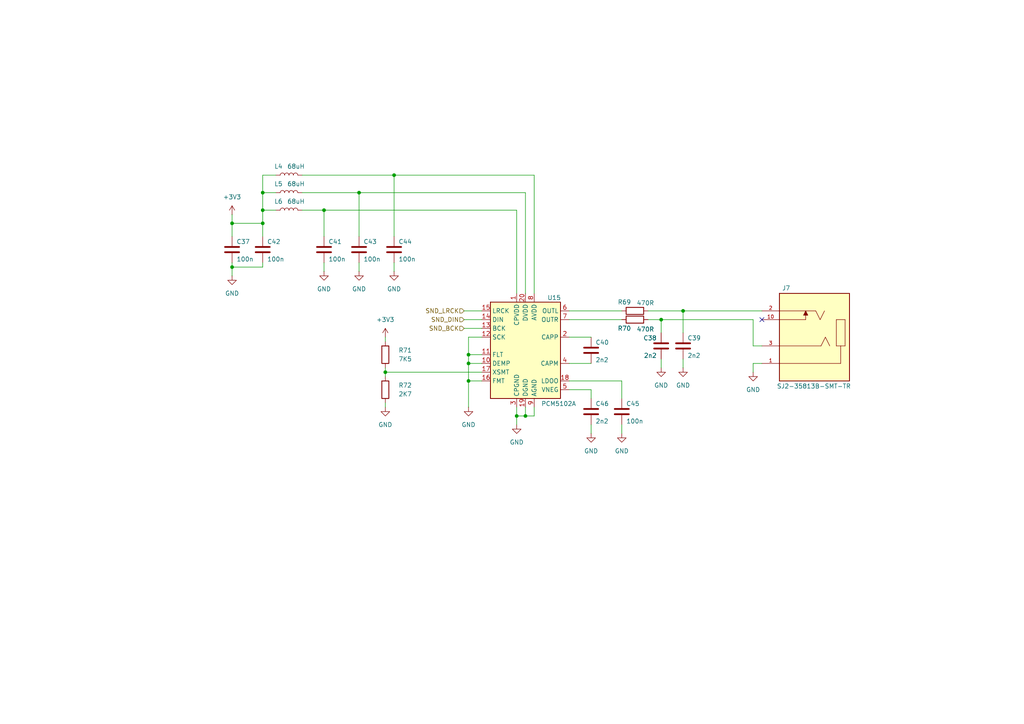
<source format=kicad_sch>
(kicad_sch (version 20250114) (generator "eeschema") (generator_version "9.0")
  (paper "A4")
  (lib_symbols
    (symbol "Audio:PCM5102A"
      (property "Reference" "U" (at -10.16 13.97 0))
      (property "Value" "PCM5102A" (at 3.81 13.97 0))
      (symbol "PCM5102A_0_1"
        (rectangle (start -10.16 12.7) (end 10.16 -15.24) (stroke (width 0.254)) (fill (type background)))
      )
      (symbol "PCM5102A_1_1"
        (pin input line (at -12.7 10.16 0) (length 2.54) (name "LRCK") (number "15"))
        (pin input line (at -12.7 7.62 0) (length 2.54) (name "DIN") (number "14"))
        (pin input line (at -12.7 5.08 0) (length 2.54) (name "BCK") (number "13"))
        (pin input line (at -12.7 2.54 0) (length 2.54) (name "SCK") (number "12"))
        (pin input line (at -12.7 -2.54 0) (length 2.54) (name "FLT") (number "11"))
        (pin input line (at -12.7 -5.08 0) (length 2.54) (name "DEMP") (number "10"))
        (pin input line (at -12.7 -7.62 0) (length 2.54) (name "XSMT") (number "17"))
        (pin input line (at -12.7 -10.16 0) (length 2.54) (name "FMT") (number "16"))
        (pin passive line (at -2.54 15.24 270) (length 2.54) (name "CPVDD") (number "1"))
        (pin power_in line (at -2.54 -17.78 90) (length 2.54) (name "CPGND") (number "3"))
        (pin power_in line (at 0 15.24 270) (length 2.54) (name "DVDD") (number "20"))
        (pin power_in line (at 0 -17.78 90) (length 2.54) (name "DGND") (number "19"))
        (pin power_in line (at 2.54 15.24 270) (length 2.54) (name "AVDD") (number "8"))
        (pin power_in line (at 2.54 -17.78 90) (length 2.54) (name "AGND") (number "9"))
        (pin output line (at 12.7 10.16 180) (length 2.54) (name "OUTL") (number "6"))
        (pin output line (at 12.7 7.62 180) (length 2.54) (name "OUTR") (number "7"))
        (pin passive line (at 12.7 2.54 180) (length 2.54) (name "CAPP") (number "2"))
        (pin passive line (at 12.7 -5.08 180) (length 2.54) (name "CAPM") (number "4"))
        (pin passive line (at 12.7 -10.16 180) (length 2.54) (name "LDOO") (number "18"))
        (pin passive line (at 12.7 -12.7 180) (length 2.54) (name "VNEG") (number "5"))
      )
    )
    (symbol "DevBoard:SJ2-35813B-SMT-TR" (pin_names (offset 1.016))
      (property "Reference" "J" (at -9.906 13.462 0))
      (property "Value" "SJ2-35813B-SMT-TR" (at -9.906 -14.986 0))
      (symbol "SJ2-35813B-SMT-TR_0_0"
        (rectangle (start -10.16 -12.7) (end 10.16 12.7) (stroke (width 0.254)) (fill (type background)))
        (polyline (pts (xy -8.89 2.54) (xy -7.62 2.54)) (stroke (width 0.1524)))
        (polyline (pts (xy -8.89 -5.08) (xy -8.89 2.54)) (stroke (width 0.1524)))
        (polyline (pts (xy -7.62 7.62) (xy -7.62 2.54)) (stroke (width 0.1524)))
        (polyline (pts (xy -7.62 2.54) (xy -6.35 2.54)) (stroke (width 0.1524)))
        (polyline (pts (xy -6.35 2.54) (xy -6.35 -5.08)) (stroke (width 0.1524)))
        (polyline (pts (xy -6.35 -5.08) (xy -8.89 -5.08)) (stroke (width 0.1524)))
        (polyline (pts (xy -3.175 0) (xy -4.445 2.54)) (stroke (width 0.1524)))
        (polyline (pts (xy -1.905 2.54) (xy -3.175 0)) (stroke (width 0.1524)))
        (polyline (pts (xy -1.651 -5.08) (xy -2.921 -7.62)) (stroke (width 0.1524)))
        (polyline (pts (xy -0.381 -7.62) (xy -1.651 -5.08)) (stroke (width 0.1524)))
        (polyline (pts (xy 2.54 -5.08) (xy 2.54 -7.62)) (stroke (width 0.1524)))
        (polyline (pts (xy 2.54 -7.62) (xy 1.905 -6.35) (xy 3.175 -6.35) (xy 2.54 -7.62)) (stroke (width 0.1524)) (fill (type outline)))
        (polyline (pts (xy 10.16 7.62) (xy -7.62 7.62)) (stroke (width 0.1524)))
        (polyline (pts (xy 10.16 2.54) (xy -1.905 2.54)) (stroke (width 0.1524)))
        (polyline (pts (xy 10.16 -5.08) (xy 2.54 -5.08)) (stroke (width 0.1524)))
        (polyline (pts (xy 10.16 -7.62) (xy -0.381 -7.62)) (stroke (width 0.1524)))
        (pin passive line (at 15.24 7.62 180) (length 5.08) (name "~") (number "1"))
        (pin passive line (at 15.24 2.54 180) (length 5.08) (name "~") (number "3"))
        (pin passive line (at 15.24 -5.08 180) (length 5.08) (name "~") (number "10"))
        (pin passive line (at 15.24 -7.62 180) (length 5.08) (name "~") (number "2"))
      )
    )
    (symbol "Device:C" (pin_numbers (hide yes)) (pin_names (offset 0.254))
      (property "Reference" "C" (at 0.635 2.54 0))
      (property "Value" "C" (at 0.635 -2.54 0))
      (symbol "C_0_1"
        (polyline (pts (xy -2.032 0.762) (xy 2.032 0.762)) (stroke (width 0.508)))
        (polyline (pts (xy -2.032 -0.762) (xy 2.032 -0.762)) (stroke (width 0.508)))
      )
      (symbol "C_1_1"
        (pin passive line (at 0 3.81 270) (length 2.794) (name "~") (number "1"))
        (pin passive line (at 0 -3.81 90) (length 2.794) (name "~") (number "2"))
      )
    )
    (symbol "Device:L" (pin_numbers (hide yes)) (pin_names (offset 1.016) (hide yes))
      (property "Reference" "L" (at -1.27 0 90))
      (property "Value" "L" (at 1.905 0 90))
      (symbol "L_0_1"
        (arc (start 0 2.54) (mid 0.6323 1.905) (end 0 1.27))
        (arc (start 0 1.27) (mid 0.6323 0.635) (end 0 0))
        (arc (start 0 0) (mid 0.6323 -0.635) (end 0 -1.27))
        (arc (start 0 -1.27) (mid 0.6323 -1.905) (end 0 -2.54))
      )
      (symbol "L_1_1"
        (pin passive line (at 0 3.81 270) (length 1.27) (name "1") (number "1"))
        (pin passive line (at 0 -3.81 90) (length 1.27) (name "2") (number "2"))
      )
    )
    (symbol "Device:R" (pin_numbers (hide yes)) (pin_names (offset 0))
      (property "Reference" "R" (at 2.032 0 90))
      (property "Value" "R" (at 0 0 90))
      (symbol "R_0_1"
        (rectangle (start -1.016 -2.54) (end 1.016 2.54) (stroke (width 0.254)))
      )
      (symbol "R_1_1"
        (pin passive line (at 0 3.81 270) (length 1.27) (name "~") (number "1"))
        (pin passive line (at 0 -3.81 90) (length 1.27) (name "~") (number "2"))
      )
    )
    (symbol "power:+3V3" (power) (pin_numbers (hide yes)) (pin_names (offset 0) (hide yes))
      (property "Value" "+3V3" (at 0 3.556 0))
      (symbol "+3V3_0_1"
        (polyline (pts (xy -0.762 1.27) (xy 0 2.54)))
        (polyline (pts (xy 0 2.54) (xy 0.762 1.27)))
        (polyline (pts (xy 0 0) (xy 0 2.54)))
      )
      (symbol "+3V3_1_1"
        (pin power_in line (at 0 0 90) (length 0) (name "~") (number "1"))
      )
    )
    (symbol "power:GND" (power) (pin_numbers (hide yes)) (pin_names (offset 0) (hide yes))
      (property "Value" "GND" (at 0 -3.81 0))
      (symbol "GND_0_1"
        (polyline (pts (xy 0 0) (xy 0 -1.27) (xy 1.27 -1.27) (xy 0 -2.54) (xy -1.27 -1.27) (xy 0 -1.27)))
      )
      (symbol "GND_1_1"
        (pin power_in line (at 0 0 270) (length 0) (name "~") (number "1"))
      )
    )
  )
  (junction (at 191.77 92.71))
  (junction (at 76.2 55.88))
  (junction (at 67.31 64.77))
  (junction (at 152.4 120.65))
  (junction (at 76.2 64.77))
  (junction (at 114.3 50.8))
  (junction (at 198.12 90.17))
  (junction (at 76.2 60.96))
  (junction (at 135.89 102.87))
  (junction (at 67.31 77.47))
  (junction (at 135.89 105.41))
  (junction (at 149.86 120.65))
  (junction (at 111.76 107.95))
  (junction (at 135.89 110.49))
  (junction (at 93.98 60.96))
  (junction (at 104.14 55.88))
  (no_connect (at 220.98 92.71))
  (wire (pts (xy 218.44 105.41) (xy 220.98 105.41)))
  (wire (pts (xy 152.4 118.11) (xy 152.4 120.65)))
  (wire (pts (xy 104.14 55.88) (xy 152.4 55.88)))
  (wire (pts (xy 165.1 113.03) (xy 171.45 113.03)))
  (wire (pts (xy 198.12 96.52) (xy 198.12 90.17)))
  (wire (pts (xy 165.1 90.17) (xy 180.34 90.17)))
  (wire (pts (xy 80.01 55.88) (xy 76.2 55.88)))
  (wire (pts (xy 171.45 123.19) (xy 171.45 125.73)))
  (wire (pts (xy 154.94 120.65) (xy 152.4 120.65)))
  (wire (pts (xy 67.31 62.23) (xy 67.31 64.77)))
  (wire (pts (xy 93.98 76.2) (xy 93.98 78.74)))
  (wire (pts (xy 198.12 104.14) (xy 198.12 106.68)))
  (wire (pts (xy 111.76 107.95) (xy 139.7 107.95)))
  (wire (pts (xy 218.44 92.71) (xy 218.44 100.33)))
  (wire (pts (xy 114.3 50.8) (xy 114.3 68.58)))
  (wire (pts (xy 104.14 76.2) (xy 104.14 78.74)))
  (wire (pts (xy 149.86 120.65) (xy 149.86 123.19)))
  (wire (pts (xy 191.77 104.14) (xy 191.77 106.68)))
  (wire (pts (xy 135.89 97.79) (xy 135.89 102.87)))
  (wire (pts (xy 111.76 107.95) (xy 111.76 109.22)))
  (wire (pts (xy 135.89 105.41) (xy 139.7 105.41)))
  (wire (pts (xy 180.34 123.19) (xy 180.34 125.73)))
  (wire (pts (xy 135.89 97.79) (xy 139.7 97.79)))
  (wire (pts (xy 76.2 50.8) (xy 76.2 55.88)))
  (wire (pts (xy 134.62 95.25) (xy 139.7 95.25)))
  (wire (pts (xy 67.31 76.2) (xy 67.31 77.47)))
  (wire (pts (xy 76.2 64.77) (xy 67.31 64.77)))
  (wire (pts (xy 111.76 106.68) (xy 111.76 107.95)))
  (wire (pts (xy 165.1 92.71) (xy 180.34 92.71)))
  (wire (pts (xy 134.62 92.71) (xy 139.7 92.71)))
  (wire (pts (xy 191.77 96.52) (xy 191.77 92.71)))
  (wire (pts (xy 104.14 55.88) (xy 104.14 68.58)))
  (wire (pts (xy 111.76 97.79) (xy 111.76 99.06)))
  (wire (pts (xy 76.2 55.88) (xy 76.2 60.96)))
  (wire (pts (xy 180.34 110.49) (xy 165.1 110.49)))
  (wire (pts (xy 111.76 116.84) (xy 111.76 118.11)))
  (wire (pts (xy 154.94 118.11) (xy 154.94 120.65)))
  (wire (pts (xy 165.1 105.41) (xy 171.45 105.41)))
  (wire (pts (xy 80.01 50.8) (xy 76.2 50.8)))
  (wire (pts (xy 135.89 102.87) (xy 139.7 102.87)))
  (wire (pts (xy 171.45 115.57) (xy 171.45 113.03)))
  (wire (pts (xy 180.34 115.57) (xy 180.34 110.49)))
  (wire (pts (xy 218.44 105.41) (xy 218.44 107.95)))
  (wire (pts (xy 218.44 100.33) (xy 220.98 100.33)))
  (wire (pts (xy 139.7 110.49) (xy 135.89 110.49)))
  (wire (pts (xy 93.98 60.96) (xy 93.98 68.58)))
  (wire (pts (xy 198.12 90.17) (xy 187.96 90.17)))
  (wire (pts (xy 67.31 64.77) (xy 67.31 68.58)))
  (wire (pts (xy 93.98 60.96) (xy 149.86 60.96)))
  (wire (pts (xy 76.2 60.96) (xy 80.01 60.96)))
  (wire (pts (xy 67.31 77.47) (xy 67.31 80.01)))
  (wire (pts (xy 135.89 102.87) (xy 135.89 105.41)))
  (wire (pts (xy 135.89 105.41) (xy 135.89 110.49)))
  (wire (pts (xy 152.4 120.65) (xy 149.86 120.65)))
  (wire (pts (xy 114.3 76.2) (xy 114.3 78.74)))
  (wire (pts (xy 165.1 97.79) (xy 171.45 97.79)))
  (wire (pts (xy 191.77 92.71) (xy 187.96 92.71)))
  (wire (pts (xy 152.4 55.88) (xy 152.4 85.09)))
  (wire (pts (xy 76.2 64.77) (xy 76.2 60.96)))
  (wire (pts (xy 87.63 50.8) (xy 114.3 50.8)))
  (wire (pts (xy 76.2 76.2) (xy 76.2 77.47)))
  (wire (pts (xy 114.3 50.8) (xy 154.94 50.8)))
  (wire (pts (xy 87.63 60.96) (xy 93.98 60.96)))
  (wire (pts (xy 76.2 77.47) (xy 67.31 77.47)))
  (wire (pts (xy 87.63 55.88) (xy 104.14 55.88)))
  (wire (pts (xy 154.94 50.8) (xy 154.94 85.09)))
  (wire (pts (xy 135.89 110.49) (xy 135.89 118.11)))
  (wire (pts (xy 149.86 60.96) (xy 149.86 85.09)))
  (wire (pts (xy 191.77 92.71) (xy 218.44 92.71)))
  (wire (pts (xy 149.86 118.11) (xy 149.86 120.65)))
  (wire (pts (xy 198.12 90.17) (xy 220.98 90.17)))
  (wire (pts (xy 134.62 90.17) (xy 139.7 90.17)))
  (wire (pts (xy 76.2 68.58) (xy 76.2 64.77)))
  (hierarchical_label "SND_DIN" (shape input) (at 134.62 92.71 180))
  (hierarchical_label "SND_BCK" (shape input) (at 134.62 95.25 180))
  (hierarchical_label "SND_LRCK" (shape input) (at 134.62 90.17 180))
  (symbol (lib_id "DevBoard:SJ2-35813B-SMT-TR") (at 236.22 97.79 180) (unit 1)
    (property "Reference" "J7" (at 226.822 83.566 0) (effects (justify right)))
    (property "Value" "SJ2-35813B-SMT-TR" (at 225.298 112.014 0) (effects (justify right)))
    (property "Footprint" "DevBoard:CUI_SJ2-35813B-SMT-TR" (effects (hide yes)))
    (property "Description" "3.5 mm, Stereo, Right Angle, Surface Mount (SMT), 3 Conductors, 1 Internal Switch, Audio Jack Connector" (effects (hide yes)))
    (property "MP" "SJ2-35813B-SMT-TR" (effects (hide yes)))
    (property "MANUFACTURER" "CUI Devices" (effects (hide yes)))
  )
  (symbol (lib_id "Device:C") (at 114.3 72.39 0) (unit 1)
    (property "Reference" "C44" (at 115.57 70.104 0) (effects (justify left)))
    (property "Value" "100n" (at 115.57 75.184 0) (effects (justify left)))
    (property "Footprint" "Capacitor_SMD:C_0805_2012Metric" (effects (hide yes)))
    (property "Description" "Unpolarized capacitor" (effects (hide yes)))
  )
  (symbol (lib_id "power:GND") (at 149.86 123.19 0) (unit 1)
    (property "Reference" "#PWR0134" (effects (hide yes)))
    (property "Value" "GND" (at 149.86 128.27 0))
    (property "Description" "Power symbol creates a global label with name \"GND\" , ground" (effects (hide yes)))
  )
  (symbol (lib_id "power:GND") (at 93.98 78.74 0) (unit 1)
    (property "Reference" "#PWR0135" (effects (hide yes)))
    (property "Value" "GND" (at 93.98 83.82 0))
    (property "Description" "Power symbol creates a global label with name \"GND\" , ground" (effects (hide yes)))
  )
  (symbol (lib_id "Device:C") (at 171.45 101.6 0) (unit 1)
    (property "Reference" "C40" (at 172.72 99.314 0) (effects (justify left)))
    (property "Value" "2n2" (at 172.72 104.394 0) (effects (justify left)))
    (property "Footprint" "Capacitor_SMD:C_0805_2012Metric" (effects (hide yes)))
    (property "Description" "Unpolarized capacitor" (effects (hide yes)))
  )
  (symbol (lib_id "Device:C") (at 67.31 72.39 0) (unit 1)
    (property "Reference" "C37" (at 68.58 70.104 0) (effects (justify left)))
    (property "Value" "100n" (at 68.58 75.184 0) (effects (justify left)))
    (property "Footprint" "Capacitor_SMD:C_0805_2012Metric" (effects (hide yes)))
    (property "Description" "Unpolarized capacitor" (effects (hide yes)))
  )
  (symbol (lib_id "Device:C") (at 93.98 72.39 0) (unit 1)
    (property "Reference" "C41" (at 95.25 70.104 0) (effects (justify left)))
    (property "Value" "100n" (at 95.25 75.184 0) (effects (justify left)))
    (property "Footprint" "Capacitor_SMD:C_0805_2012Metric" (effects (hide yes)))
    (property "Description" "Unpolarized capacitor" (effects (hide yes)))
  )
  (symbol (lib_id "Device:C") (at 198.12 100.33 0) (unit 1)
    (property "Reference" "C39" (at 199.39 98.044 0) (effects (justify left)))
    (property "Value" "2n2" (at 199.39 103.124 0) (effects (justify left)))
    (property "Footprint" "Capacitor_SMD:C_0805_2012Metric" (effects (hide yes)))
    (property "Description" "Unpolarized capacitor" (effects (hide yes)))
  )
  (symbol (lib_id "power:GND") (at 135.89 118.11 0) (unit 1)
    (property "Reference" "#PWR0138" (effects (hide yes)))
    (property "Value" "GND" (at 135.89 123.19 0))
    (property "Description" "Power symbol creates a global label with name \"GND\" , ground" (effects (hide yes)))
  )
  (symbol (lib_id "Device:R") (at 184.15 90.17 90) (unit 1)
    (property "Reference" "R69" (at 181.102 87.63 90))
    (property "Value" "470R" (at 187.198 87.884 90))
    (property "Footprint" "Resistor_SMD:R_0805_2012Metric" (effects (hide yes)))
    (property "Description" "Resistor" (effects (hide yes)))
  )
  (symbol (lib_id "Device:R") (at 111.76 102.87 0) (unit 1)
    (property "Reference" "R71" (at 115.57 101.5999 0) (effects (justify left)))
    (property "Value" "7K5" (at 115.57 104.1399 0) (effects (justify left)))
    (property "Footprint" "Resistor_SMD:R_0805_2012Metric" (effects (hide yes)))
    (property "Description" "Resistor" (effects (hide yes)))
  )
  (symbol (lib_id "Device:R") (at 184.15 92.71 90) (mirror x) (unit 1)
    (property "Reference" "R70" (at 181.102 95.25 90))
    (property "Value" "470R" (at 187.198 95.504 90))
    (property "Footprint" "Resistor_SMD:R_0805_2012Metric" (effects (hide yes)))
    (property "Description" "Resistor" (effects (hide yes)))
  )
  (symbol (lib_id "power:+3V3") (at 67.31 62.23 0) (unit 1)
    (property "Reference" "#PWR0133" (effects (hide yes)))
    (property "Value" "+3V3" (at 67.31 57.15 0))
    (property "Description" "Power symbol creates a global label with name \"+3V3\"" (effects (hide yes)))
  )
  (symbol (lib_id "Device:C") (at 191.77 100.33 0) (mirror y) (unit 1)
    (property "Reference" "C38" (at 190.5 98.044 0) (effects (justify left)))
    (property "Value" "2n2" (at 190.5 103.124 0) (effects (justify left)))
    (property "Footprint" "Capacitor_SMD:C_0805_2012Metric" (effects (hide yes)))
    (property "Description" "Unpolarized capacitor" (effects (hide yes)))
  )
  (symbol (lib_id "power:GND") (at 218.44 107.95 0) (unit 1)
    (property "Reference" "#PWR0158" (effects (hide yes)))
    (property "Value" "GND" (at 218.44 113.03 0))
    (property "Description" "Power symbol creates a global label with name \"GND\" , ground" (effects (hide yes)))
  )
  (symbol (lib_id "power:+3V3") (at 111.76 97.79 0) (unit 1)
    (property "Reference" "#PWR0141" (effects (hide yes)))
    (property "Value" "+3V3" (at 111.76 92.71 0))
    (property "Description" "Power symbol creates a global label with name \"+3V3\"" (effects (hide yes)))
  )
  (symbol (lib_id "power:GND") (at 198.12 106.68 0) (unit 1)
    (property "Reference" "#PWR0125" (effects (hide yes)))
    (property "Value" "GND" (at 198.12 111.76 0))
    (property "Description" "Power symbol creates a global label with name \"GND\" , ground" (effects (hide yes)))
  )
  (symbol (lib_id "Device:C") (at 104.14 72.39 0) (unit 1)
    (property "Reference" "C43" (at 105.41 70.104 0) (effects (justify left)))
    (property "Value" "100n" (at 105.41 75.184 0) (effects (justify left)))
    (property "Footprint" "Capacitor_SMD:C_0805_2012Metric" (effects (hide yes)))
    (property "Description" "Unpolarized capacitor" (effects (hide yes)))
  )
  (symbol (lib_id "Device:R") (at 111.76 113.03 0) (unit 1)
    (property "Reference" "R72" (at 115.57 111.7599 0) (effects (justify left)))
    (property "Value" "2K7" (at 115.57 114.2999 0) (effects (justify left)))
    (property "Footprint" "Resistor_SMD:R_0805_2012Metric" (effects (hide yes)))
    (property "Description" "Resistor" (effects (hide yes)))
  )
  (symbol (lib_id "Device:C") (at 171.45 119.38 0) (unit 1)
    (property "Reference" "C46" (at 172.72 117.094 0) (effects (justify left)))
    (property "Value" "2n2" (at 172.72 122.174 0) (effects (justify left)))
    (property "Footprint" "Capacitor_SMD:C_0805_2012Metric" (effects (hide yes)))
    (property "Description" "Unpolarized capacitor" (effects (hide yes)))
  )
  (symbol (lib_id "Device:L") (at 83.82 55.88 90) (unit 1)
    (property "Reference" "L5" (at 80.772 53.34 90))
    (property "Value" "68uH" (at 85.852 53.34 90))
    (property "Footprint" "Inductor_SMD:L_1206_3216Metric" (effects (hide yes)))
    (property "Description" "Inductor" (effects (hide yes)))
  )
  (symbol (lib_id "power:GND") (at 171.45 125.73 0) (unit 1)
    (property "Reference" "#PWR0139" (effects (hide yes)))
    (property "Value" "GND" (at 171.45 130.81 0))
    (property "Description" "Power symbol creates a global label with name \"GND\" , ground" (effects (hide yes)))
  )
  (symbol (lib_id "Device:L") (at 83.82 50.8 90) (unit 1)
    (property "Reference" "L4" (at 80.772 48.26 90))
    (property "Value" "68uH" (at 85.852 48.26 90))
    (property "Footprint" "Inductor_SMD:L_1206_3216Metric" (effects (hide yes)))
    (property "Description" "Inductor" (effects (hide yes)))
  )
  (symbol (lib_id "power:GND") (at 114.3 78.74 0) (unit 1)
    (property "Reference" "#PWR0137" (effects (hide yes)))
    (property "Value" "GND" (at 114.3 83.82 0))
    (property "Description" "Power symbol creates a global label with name \"GND\" , ground" (effects (hide yes)))
  )
  (symbol (lib_id "Audio:PCM5102A") (at 152.4 100.33 0) (unit 1)
    (property "Reference" "U15" (at 158.75 86.36 0) (effects (justify left)))
    (property "Value" "PCM5102A" (at 156.972 117.094 0) (effects (justify left)))
    (property "Footprint" "Package_SO:TSSOP-20_4.4x6.5mm_P0.65mm" (effects (hide yes)))
    (property "Datasheet" "https://www.ti.com/lit/ds/symlink/pcm5102a.pdf" (effects (hide yes)))
    (property "Description" "2.1 VRMS, 112dB Audio Stereo DAC with PLL and 32-bit, 384kHz PCM Interface, TSSOP-20" (effects (hide yes)))
  )
  (symbol (lib_id "Device:C") (at 180.34 119.38 0) (unit 1)
    (property "Reference" "C45" (at 181.61 117.094 0) (effects (justify left)))
    (property "Value" "100n" (at 181.61 122.174 0) (effects (justify left)))
    (property "Footprint" "Capacitor_SMD:C_0805_2012Metric" (effects (hide yes)))
    (property "Description" "Unpolarized capacitor" (effects (hide yes)))
  )
  (symbol (lib_id "power:GND") (at 180.34 125.73 0) (unit 1)
    (property "Reference" "#PWR0140" (effects (hide yes)))
    (property "Value" "GND" (at 180.34 130.81 0))
    (property "Description" "Power symbol creates a global label with name \"GND\" , ground" (effects (hide yes)))
  )
  (symbol (lib_id "Device:C") (at 76.2 72.39 0) (unit 1)
    (property "Reference" "C42" (at 77.47 70.104 0) (effects (justify left)))
    (property "Value" "100n" (at 77.47 75.184 0) (effects (justify left)))
    (property "Footprint" "Capacitor_SMD:C_0805_2012Metric" (effects (hide yes)))
    (property "Description" "Unpolarized capacitor" (effects (hide yes)))
  )
  (symbol (lib_id "power:GND") (at 111.76 118.11 0) (unit 1)
    (property "Reference" "#PWR0142" (effects (hide yes)))
    (property "Value" "GND" (at 111.76 123.19 0))
    (property "Description" "Power symbol creates a global label with name \"GND\" , ground" (effects (hide yes)))
  )
  (symbol (lib_id "power:GND") (at 191.77 106.68 0) (unit 1)
    (property "Reference" "#PWR0110" (effects (hide yes)))
    (property "Value" "GND" (at 191.77 111.76 0))
    (property "Description" "Power symbol creates a global label with name \"GND\" , ground" (effects (hide yes)))
  )
  (symbol (lib_id "power:GND") (at 67.31 80.01 0) (unit 1)
    (property "Reference" "#PWR0132" (effects (hide yes)))
    (property "Value" "GND" (at 67.31 85.09 0))
    (property "Description" "Power symbol creates a global label with name \"GND\" , ground" (effects (hide yes)))
  )
  (symbol (lib_id "Device:L") (at 83.82 60.96 90) (unit 1)
    (property "Reference" "L6" (at 80.772 58.42 90))
    (property "Value" "68uH" (at 85.852 58.42 90))
    (property "Footprint" "Inductor_SMD:L_1206_3216Metric" (effects (hide yes)))
    (property "Description" "Inductor" (effects (hide yes)))
  )
  (symbol (lib_id "power:GND") (at 104.14 78.74 0) (unit 1)
    (property "Reference" "#PWR0136" (effects (hide yes)))
    (property "Value" "GND" (at 104.14 83.82 0))
    (property "Description" "Power symbol creates a global label with name \"GND\" , ground" (effects (hide yes)))
  )
)
</source>
